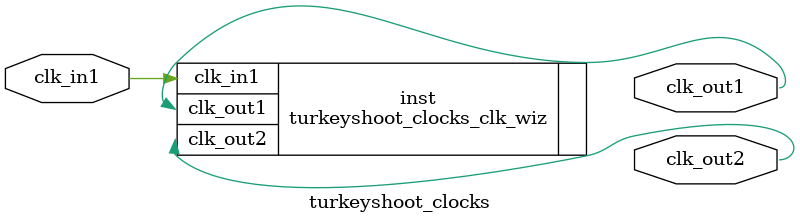
<source format=v>


`timescale 1ps/1ps

(* CORE_GENERATION_INFO = "turkeyshoot_clocks,clk_wiz_v6_0_11_0_0,{component_name=turkeyshoot_clocks,use_phase_alignment=true,use_min_o_jitter=false,use_max_i_jitter=false,use_dyn_phase_shift=false,use_inclk_switchover=false,use_dyn_reconfig=false,enable_axi=0,feedback_source=FDBK_AUTO,PRIMITIVE=MMCM,num_out_clk=2,clkin1_period=20.000,clkin2_period=10.0,use_power_down=false,use_reset=false,use_locked=false,use_inclk_stopped=false,feedback_type=SINGLE,CLOCK_MGR_TYPE=NA,manual_override=false}" *)

module turkeyshoot_clocks 
 (
  // Clock out ports
  output        clk_out1,
  output        clk_out2,
 // Clock in ports
  input         clk_in1
 );

  turkeyshoot_clocks_clk_wiz inst
  (
  // Clock out ports  
  .clk_out1(clk_out1),
  .clk_out2(clk_out2),
 // Clock in ports
  .clk_in1(clk_in1)
  );

endmodule

</source>
